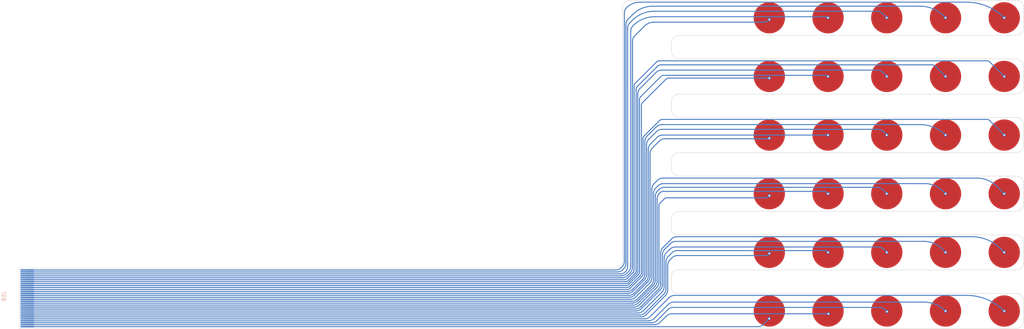
<source format=kicad_pcb>
(kicad_pcb (version 20211014) (generator pcbnew)
  (layers (0 "F.Cu" signal) (31 "B.Cu" signal) (34 "B.Paste" user) (35 "F.Paste" user) (36 "B.SilkS" user "B.Silkscreen") (37 "F.SilkS" user "F.Silkscreen") (38 "B.Mask" user) (39 "F.Mask" user) (44 "Edge.Cuts" user))
  (net 0 "")
  (net 1 "Net-(J1-Pad)")
  (net 2 "Net-(J16-Pad2)")
  (net 3 "Net-(J16-Pad3)")
  (net 4 "Net-(J16-Pad4)")
  (net 5 "Net-(J16-Pad5)")
  (net 6 "Net-(J16-Pad6)")
  (net 7 "Net-(J16-Pad7)")
  (net 8 "Net-(J16-Pad8)")
  (net 9 "Net-(J16-Pad9)")
  (net 10 "Net-(J10-Pad)")
  (net 11 "Net-(J11-Pad)")
  (net 12 "Net-(J12-Pad)")
  (net 13 "Net-(J13-Pad)")
  (net 14 "Net-(J14-Pad)")
  (net 15 "Net-(J15-Pad)")
  (net 16 "Net-(J16-Pad16)")
  (net 17 "Net-(J16-Pad17)")
  (net 18 "Net-(J16-Pad18)")
  (net 19 "Net-(J16-Pad19)")
  (net 20 "Net-(J16-Pad20)")
  (net 21 "Net-(J16-Pad21)")
  (net 22 "Net-(J16-Pad22)")
  (net 23 "Net-(J16-Pad23)")
  (net 24 "Net-(J16-Pad24)")
  (net 25 "Net-(J16-Pad25)")
  (net 26 "Net-(J16-Pad26)")
  (net 27 "Net-(J16-Pad27)")
  (net 28 "Net-(J16-Pad28)")
  (net 29 "Net-(J16-Pad29)")
  (net 30 "Net-(J16-Pad30)")
  (footprint "keigo_custom_footprint:electrode_pad_smd" (layer "F.Cu") (at 275 129.5)
    (fp_text reference "J36" hide)
    (fp_text value "electrode_pad" hide)
    (pad "26" smd circle (at 0 0) (size 8 8) (layers "F.Cu" "F.Mask") (net 26 "Net-(J16-Pad26)"))
  )
  (footprint "keigo_custom_footprint:electrode_pad_smd" (layer "F.Cu") (at 230 54.5)
    (fp_text reference "J3" hide)
    (fp_text value "electrode_pad" hide)
    (pad "4" smd circle (at 0 0) (size 8 8) (layers "F.Cu" "F.Mask") (net 4 "Net-(J16-Pad4)"))
  )
  (footprint "keigo_custom_footprint:electrode_pad_smd" (layer "F.Cu") (at 275 69.5)
    (fp_text reference "J12" hide)
    (fp_text value "electrode_pad" hide)
    (pad "6" smd circle (at 0 0) (size 8 8) (layers "F.Cu" "F.Mask") (net 6 "Net-(J16-Pad6)"))
  )
  (footprint "keigo_custom_footprint:electrode_pad_smd" (layer "F.Cu") (at 230 84.5)
    (fp_text reference "J15" hide)
    (fp_text value "electrode_pad" hide)
    (pad "14" smd circle (at 0 0) (size 8 8) (layers "F.Cu" "F.Mask") (net 14 "Net-(J14-Pad)"))
  )
  (footprint "keigo_custom_footprint:electrode_pad_smd" (layer "F.Cu") (at 275 99.5)
    (fp_text reference "J25" hide)
    (fp_text value "electrode_pad" hide)
    (pad "16" smd circle (at 0 0) (size 8 8) (layers "F.Cu" "F.Mask") (net 16 "Net-(J16-Pad16)"))
  )
  (footprint "keigo_custom_footprint:electrode_pad_smd" (layer "F.Cu") (at 260 129.5)
    (fp_text reference "J35" hide)
    (fp_text value "electrode_pad" hide)
    (pad "27" smd circle (at 0 0) (size 8 8) (layers "F.Cu" "F.Mask") (net 27 "Net-(J16-Pad27)"))
  )
  (footprint "keigo_custom_footprint:electrode_pad_smd" (layer "F.Cu") (at 260 54.5)
    (fp_text reference "J5" hide)
    (fp_text value "electrode_pad" hide)
    (pad "2" smd circle (at 0 0) (size 8 8) (layers "F.Cu" "F.Mask") (net 2 "Net-(J16-Pad2)"))
  )
  (footprint "keigo_custom_footprint:electrode_pad_smd" (layer "F.Cu") (at 245 84.5)
    (fp_text reference "J17" hide)
    (fp_text value "electrode_pad" hide)
    (pad "13" smd circle (at 0 0) (size 8 8) (layers "F.Cu" "F.Mask") (net 13 "Net-(J13-Pad)"))
  )
  (footprint "keigo_custom_footprint:electrode_pad_smd" (layer "F.Cu") (at 230 114.5)
    (fp_text reference "J28" hide)
    (fp_text value "electrode_pad" hide)
    (pad "24" smd circle (at 0 0) (size 8 8) (layers "F.Cu" "F.Mask") (net 24 "Net-(J16-Pad24)"))
  )
  (footprint "keigo_custom_footprint:electrode_pad_smd" (layer "F.Cu") (at 215 84.5)
    (fp_text reference "J14" hide)
    (fp_text value "electrode_pad" hide)
    (pad "15" smd circle (at 0 0) (size 8 8) (layers "F.Cu" "F.Mask") (net 15 "Net-(J15-Pad)"))
  )
  (footprint "keigo_custom_footprint:electrode_pad_smd" (layer "F.Cu") (at 230 69.5)
    (fp_text reference "J9" hide)
    (fp_text value "electrode_pad" hide)
    (pad "9" smd circle (at 0 0) (size 8 8) (layers "F.Cu" "F.Mask") (net 9 "Net-(J16-Pad9)"))
  )
  (footprint "keigo_custom_footprint:electrode_pad_smd" (layer "F.Cu") (at 215 114.5)
    (fp_text reference "J27" hide)
    (fp_text value "electrode_pad" hide)
    (pad "25" smd circle (at 0 0) (size 8 8) (layers "F.Cu" "F.Mask") (net 25 "Net-(J16-Pad25)"))
  )
  (footprint "keigo_custom_footprint:electrode_pad_smd" (layer "F.Cu") (at 215 99.5)
    (fp_text reference "J21" hide)
    (fp_text value "electrode_pad" hide)
    (pad "20" smd circle (at 0 0) (size 8 8) (layers "F.Cu" "F.Mask") (net 20 "Net-(J16-Pad20)"))
  )
  (footprint "keigo_custom_footprint:electrode_pad_smd" (layer "F.Cu") (at 215 129.5)
    (fp_text reference "J32" hide)
    (fp_text value "electrode_pad" hide)
    (pad "30" smd circle (at 0 0) (size 8 8) (layers "F.Cu" "F.Mask") (net 30 "Net-(J16-Pad30)"))
  )
  (footprint "keigo_custom_footprint:electrode_pad_smd" (layer "F.Cu") (at 260 99.5)
    (fp_text reference "J24" hide)
    (fp_text value "electrode_pad" hide)
    (pad "17" smd circle (at 0 0) (size 8 8) (layers "F.Cu" "F.Mask") (net 17 "Net-(J16-Pad17)"))
  )
  (footprint "keigo_custom_footprint:electrode_pad_smd" (layer "F.Cu") (at 230 129.5)
    (fp_text reference "J33" hide)
    (fp_text value "electrode_pad" hide)
    (pad "29" smd circle (at 0 0) (size 8 8) (layers "F.Cu" "F.Mask") (net 29 "Net-(J16-Pad29)"))
  )
  (footprint "keigo_custom_footprint:electrode_pad_smd" (layer "F.Cu") (at 275 84.5)
    (fp_text reference "J19" hide)
    (fp_text value "electrode_pad" hide)
    (pad "11" smd circle (at 0 0) (size 8 8) (layers "F.Cu" "F.Mask") (net 11 "Net-(J11-Pad)"))
  )
  (footprint "keigo_custom_footprint:electrode_pad_smd" (layer "F.Cu") (at 260 84.5)
    (fp_text reference "J18" hide)
    (fp_text value "electrode_pad" hide)
    (pad "12" smd circle (at 0 0) (size 8 8) (layers "F.Cu" "F.Mask") (net 12 "Net-(J12-Pad)"))
  )
  (footprint "keigo_custom_footprint:electrode_pad_smd" (layer "F.Cu") (at 275 114.5)
    (fp_text reference "J31" hide)
    (fp_text value "electrode_pad" hide)
    (pad "21" smd circle (at 0 0) (size 8 8) (layers "F.Cu" "F.Mask") (net 21 "Net-(J16-Pad21)"))
  )
  (footprint "keigo_custom_footprint:electrode_pad_smd" (layer "F.Cu") (at 260 69.5)
    (fp_text reference "J11" hide)
    (fp_text value "electrode_pad" hide)
    (pad "7" smd circle (at 0 0) (size 8 8) (layers "F.Cu" "F.Mask") (net 7 "Net-(J16-Pad7)"))
  )
  (footprint "keigo_custom_footprint:electrode_pad_smd" (layer "F.Cu") (at 230 99.5)
    (fp_text reference "J22" hide)
    (fp_text value "electrode_pad" hide)
    (pad "19" smd circle (at 0 0) (size 8 8) (layers "F.Cu" "F.Mask") (net 19 "Net-(J16-Pad19)"))
  )
  (footprint "keigo_custom_footprint:electrode_pad_smd" (layer "F.Cu") (at 245 129.5)
    (fp_text reference "J34" hide)
    (fp_text value "electrode_pad" hide)
    (pad "28" smd circle (at 0 0) (size 8 8) (layers "F.Cu" "F.Mask") (net 28 "Net-(J16-Pad28)"))
  )
  (footprint "keigo_custom_footprint:electrode_pad_smd" (layer "F.Cu") (at 245 54.5)
    (fp_text reference "J4" hide)
    (fp_text value "electrode_pad" hide)
    (pad "3" smd circle (at 0 0) (size 8 8) (layers "F.Cu" "F.Mask") (net 3 "Net-(J16-Pad3)"))
  )
  (footprint "keigo_custom_footprint:electrode_pad_smd" (layer "F.Cu") (at 260 114.5)
    (fp_text reference "J30" hide)
    (fp_text value "electrode_pad" hide)
    (pad "22" smd circle (at 0 0) (size 8 8) (layers "F.Cu" "F.Mask") (net 22 "Net-(J16-Pad22)"))
  )
  (footprint "keigo_custom_footprint:electrode_pad_smd" (layer "F.Cu") (at 215 69.5)
    (fp_text reference "J8" hide)
    (fp_text value "electrode_pad" hide)
    (pad "10" smd circle (at 0 0) (size 8 8) (layers "F.Cu" "F.Mask") (net 10 "Net-(J10-Pad)"))
  )
  (footprint "keigo_custom_footprint:electrode_pad_smd" (layer "F.Cu") (at 275 54.5)
    (fp_text reference "J6" hide)
    (fp_text value "electrode_pad" hide)
    (pad "1" smd circle (at 0 0) (size 8 8) (layers "F.Cu" "F.Mask") (net 1 "Net-(J1-Pad)"))
  )
  (footprint "keigo_custom_footprint:electrode_pad_smd" (layer "F.Cu") (at 245 114.5)
    (fp_text reference "J29" hide)
    (fp_text value "electrode_pad" hide)
    (pad "23" smd circle (at 0 0) (size 8 8) (layers "F.Cu" "F.Mask") (net 23 "Net-(J16-Pad23)"))
  )
  (footprint "keigo_custom_footprint:electrode_pad_smd" (layer "F.Cu") (at 215 54.5)
    (fp_text reference "J2" hide)
    (fp_text value "electrode_pad" hide)
    (pad "5" smd circle (at 0 0) (size 8 8) (layers "F.Cu" "F.Mask") (net 5 "Net-(J16-Pad5)"))
  )
  (footprint "keigo_custom_footprint:electrode_pad_smd" (layer "F.Cu") (at 245 69.5)
    (fp_text reference "J10" hide)
    (fp_text value "electrode_pad" hide)
    (pad "8" smd circle (at 0 0) (size 8 8) (layers "F.Cu" "F.Mask") (net 8 "Net-(J16-Pad8)"))
  )
  (footprint "keigo_custom_footprint:electrode_pad_smd" (layer "F.Cu") (at 245 99.5)
    (fp_text reference "J23" hide)
    (fp_text value "electrode_pad" hide)
    (pad "18" smd circle (at 0 0) (size 8 8) (layers "F.Cu" "F.Mask") (net 18 "Net-(J16-Pad18)"))
  )
  (footprint "keigo_custom_footprint:flex_hirose_30" (layer "B.Cu") (at 25.5 125.75 -90)
    (fp_text reference "J16" (at 0 6 90 unlocked) (layer "B.SilkS") (effects (justify mirror)))
    (fp_text value "flex_terminal_11")
    (fp_line (start -7.25 2) (end 8.25 2) (layer "Edge.Cuts") (width 0.1))
    (fp_line (start 8.25 2) (end 8.25 -1.75) (layer "Edge.Cuts") (width 0.1))
    (fp_line (start -7.25 -1.75) (end -7.25 2) (layer "Edge.Cuts") (width 0.1))
    (pad "1" smd roundrect (at -6.75 0 90) (size 0.35 3.5) (layers "B.Cu" "B.Paste" "B.Mask") (net 1 "Net-(J1-Pad)"))
    (pad "2" smd roundrect (at -6.25 0 90) (size 0.35 3.5) (layers "B.Cu" "B.Paste" "B.Mask") (net 2 "Net-(J16-Pad2)"))
    (pad "3" smd roundrect (at -5.75 0 90) (size 0.35 3.5) (layers "B.Cu" "B.Paste" "B.Mask") (net 3 "Net-(J16-Pad3)"))
    (pad "4" smd roundrect (at -5.25 0 90) (size 0.35 3.5) (layers "B.Cu" "B.Paste" "B.Mask") (net 4 "Net-(J16-Pad4)"))
    (pad "5" smd roundrect (at -4.75 0 90) (size 0.35 3.5) (layers "B.Cu" "B.Paste" "B.Mask") (net 5 "Net-(J16-Pad5)"))
    (pad "6" smd roundrect (at -4.25 0 90) (size 0.35 3.5) (layers "B.Cu" "B.Paste" "B.Mask") (net 6 "Net-(J16-Pad6)"))
    (pad "7" smd roundrect (at -3.75 0 90) (size 0.35 3.5) (layers "B.Cu" "B.Paste" "B.Mask") (net 7 "Net-(J16-Pad7)"))
    (pad "8" smd roundrect (at -3.25 0 90) (size 0.35 3.5) (layers "B.Cu" "B.Paste" "B.Mask") (net 8 "Net-(J16-Pad8)"))
    (pad "9" smd roundrect (at -2.75 0 90) (size 0.35 3.5) (layers "B.Cu" "B.Paste" "B.Mask") (net 9 "Net-(J16-Pad9)"))
    (pad "10" smd roundrect (at -2.25 0 90) (size 0.35 3.5) (layers "B.Cu" "B.Paste" "B.Mask") (net 10 "Net-(J10-Pad)"))
    (pad "11" smd roundrect (at -1.75 0 90) (size 0.35 3.5) (layers "B.Cu" "B.Paste" "B.Mask") (net 11 "Net-(J11-Pad)"))
    (pad "12" smd roundrect (at -1.25 0 90) (size 0.35 3.5) (layers "B.Cu" "B.Paste" "B.Mask") (net 12 "Net-(J12-Pad)"))
    (pad "13" smd roundrect (at -0.75 0 90) (size 0.35 3.5) (layers "B.Cu" "B.Paste" "B.Mask") (net 13 "Net-(J13-Pad)"))
    (pad "14" smd roundrect (at -0.25 0 90) (size 0.35 3.5) (layers "B.Cu" "B.Paste" "B.Mask") (net 14 "Net-(J14-Pad)"))
    (pad "15" smd roundrect (at 0.25 0 90) (size 0.35 3.5) (layers "B.Cu" "B.Paste" "B.Mask") (net 15 "Net-(J15-Pad)"))
    (pad "16" smd roundrect (at 0.75 0 90) (size 0.35 3.5) (layers "B.Cu" "B.Paste" "B.Mask") (net 16 "Net-(J16-Pad16)"))
    (pad "17" smd roundrect (at 1.25 0 90) (size 0.35 3.5) (layers "B.Cu" "B.Paste" "B.Mask") (net 17 "Net-(J16-Pad17)"))
    (pad "18" smd roundrect (at 1.75 0 90) (size 0.35 3.5) (layers "B.Cu" "B.Paste" "B.Mask") (net 18 "Net-(J16-Pad18)"))
    (pad "19" smd roundrect (at 2.25 0 90) (size 0.35 3.5) (layers "B.Cu" "B.Paste" "B.Mask") (net 19 "Net-(J16-Pad19)"))
    (pad "20" smd roundrect (at 2.75 0 90) (size 0.35 3.5) (layers "B.Cu" "B.Paste" "B.Mask") (net 20 "Net-(J16-Pad20)"))
    (pad "21" smd roundrect (at 3.25 0 90) (size 0.35 3.5) (layers "B.Cu" "B.Paste" "B.Mask") (net 21 "Net-(J16-Pad21)"))
    (pad "22" smd roundrect (at 3.75 0 90) (size 0.35 3.5) (layers "B.Cu" "B.Paste" "B.Mask") (net 22 "Net-(J16-Pad22)"))
    (pad "23" smd roundrect (at 4.25 0 90) (size 0.35 3.5) (layers "B.Cu" "B.Paste" "B.Mask") (net 23 "Net-(J16-Pad23)"))
    (pad "24" smd roundrect (at 4.75 0 90) (size 0.35 3.5) (layers "B.Cu" "B.Paste" "B.Mask") (net 24 "Net-(J16-Pad24)"))
    (pad "25" smd roundrect (at 5.25 0 90) (size 0.35 3.5) (layers "B.Cu" "B.Paste" "B.Mask") (net 25 "Net-(J16-Pad25)"))
    (pad "26" smd roundrect (at 5.75 0 90) (size 0.35 3.5) (layers "B.Cu" "B.Paste" "B.Mask") (net 26 "Net-(J16-Pad26)"))
    (pad "27" smd roundrect (at 6.25 0 90) (size 0.35 3.5) (layers "B.Cu" "B.Paste" "B.Mask") (net 27 "Net-(J16-Pad27)"))
    (pad "28" smd roundrect (at 6.75 0 90) (size 0.35 3.5) (layers "B.Cu" "B.Paste" "B.Mask") (net 28 "Net-(J16-Pad28)"))
    (pad "29" smd roundrect (at 7.25 0 90) (size 0.35 3.5) (layers "B.Cu" "B.Paste" "B.Mask") (net 29 "Net-(J16-Pad29)"))
    (pad "30" smd roundrect (at 7.75 0 90) (size 0.35 3.5) (layers "B.Cu" "B.Paste" "B.Mask") (net 30 "Net-(J16-Pad30)"))
  )
  (gr_line (start 190 106) (end 190 108.5) (layer "Edge.Cuts") (width 0.1))
  (gr_line (start 280 97) (end 280 102) (layer "Edge.Cuts") (width 0.1))
  (gr_arc (start 191.5 125) (mid 190.43934 124.56066) (end 190 123.5) (layer "Edge.Cuts") (width 0.1))
  (gr_arc (start 278 50) (mid 279.414214 50.585786) (end 280 52) (layer "Edge.Cuts") (width 0.1))
  (gr_line (start 179.5 50) (end 278 50) (layer "Edge.Cuts") (width 0.1))
  (gr_line (start 191.5 110) (end 278 110) (layer "Edge.Cuts") (width 0.1))
  (gr_arc (start 278 95) (mid 279.414214 95.585786) (end 280 97) (layer "Edge.Cuts") (width 0.1))
  (gr_line (start 190 61) (end 190 63) (layer "Edge.Cuts") (width 0.1))
  (gr_arc (start 280 102) (mid 279.414214 103.414214) (end 278 104) (layer "Edge.Cuts") (width 0.1))
  (gr_line (start 280 82) (end 280 87) (layer "Edge.Cuts") (width 0.1))
  (gr_arc (start 280 132) (mid 279.414214 133.414214) (end 278 134) (layer "Edge.Cuts") (width 0.1))
  (gr_line (start 27.25 134) (end 180.85 134) (layer "Edge.Cuts") (width 0.1))
  (gr_line (start 177.5 116.5) (end 177.5 52) (layer "Edge.Cuts") (width 0.1))
  (gr_arc (start 177.5 52) (mid 178.085786 50.585786) (end 179.5 50) (layer "Edge.Cuts") (width 0.1))
  (gr_line (start 280 112) (end 280 117) (layer "Edge.Cuts") (width 0.1))
  (gr_line (start 192 80) (end 278 80) (layer "Edge.Cuts") (width 0.1))
  (gr_arc (start 278 110) (mid 279.414214 110.585786) (end 280 112) (layer "Edge.Cuts") (width 0.1))
  (gr_arc (start 280 72) (mid 279.414214 73.414214) (end 278 74) (layer "Edge.Cuts") (width 0.1))
  (gr_arc (start 280 117) (mid 279.414214 118.414214) (end 278 119) (layer "Edge.Cuts") (width 0.1))
  (gr_line (start 190 91) (end 190 93) (layer "Edge.Cuts") (width 0.1))
  (gr_line (start 278 134) (end 180.85 134) (layer "Edge.Cuts") (width 0.1))
  (gr_line (start 278 119) (end 191.5 119) (layer "Edge.Cuts") (width 0.1))
  (gr_line (start 175.5 118.5) (end 27.25 118.5) (layer "Edge.Cuts") (width 0.1))
  (gr_line (start 190 120.5) (end 190 123.5) (layer "Edge.Cuts") (width 0.1))
  (gr_arc (start 278 80) (mid 279.414214 80.585786) (end 280 82) (layer "Edge.Cuts") (width 0.1))
  (gr_line (start 191.5 125) (end 278 125) (layer "Edge.Cuts") (width 0.1))
  (gr_arc (start 190 120.5) (mid 190.43934 119.43934) (end 191.5 119) (layer "Edge.Cuts") (width 0.1))
  (gr_arc (start 280 87) (mid 279.414214 88.414214) (end 278 89) (layer "Edge.Cuts") (width 0.1))
  (gr_arc (start 192 95) (mid 190.585786 94.414214) (end 190 93) (layer "Edge.Cuts") (width 0.1))
  (gr_line (start 278 74) (end 192 74) (layer "Edge.Cuts") (width 0.1))
  (gr_arc (start 278 125) (mid 279.414214 125.585786) (end 280 127) (layer "Edge.Cuts") (width 0.1))
  (gr_arc (start 192 65) (mid 190.585786 64.414214) (end 190 63) (layer "Edge.Cuts") (width 0.1))
  (gr_line (start 278 104) (end 192 104) (layer "Edge.Cuts") (width 0.1))
  (gr_arc (start 280 57) (mid 279.414214 58.414214) (end 278 59) (layer "Edge.Cuts") (width 0.1))
  (gr_arc (start 190 106) (mid 190.585786 104.585786) (end 192 104) (layer "Edge.Cuts") (width 0.1))
  (gr_arc (start 190 91) (mid 190.585786 89.585786) (end 192 89) (layer "Edge.Cuts") (width 0.1))
  (gr_line (start 192 95) (end 278 95) (layer "Edge.Cuts") (width 0.1))
  (gr_line (start 280 127) (end 280 132) (layer "Edge.Cuts") (width 0.1))
  (gr_arc (start 190 76) (mid 190.585786 74.585786) (end 192 74) (layer "Edge.Cuts") (width 0.1))
  (gr_line (start 190 76) (end 190 78) (layer "Edge.Cuts") (width 0.1))
  (gr_arc (start 192 80) (mid 190.585786 79.414214) (end 190 78) (layer "Edge.Cuts") (width 0.1))
  (gr_line (start 280 52) (end 280 57) (layer "Edge.Cuts") (width 0.1))
  (gr_arc (start 191.5 110) (mid 190.43934 109.56066) (end 190 108.5) (layer "Edge.Cuts") (width 0.1))
  (gr_arc (start 177.5 116.5) (mid 176.914214 117.914214) (end 175.5 118.5) (layer "Edge.Cuts") (width 0.1))
  (gr_arc (start 190 61) (mid 190.585786 59.585786) (end 192 59) (layer "Edge.Cuts") (width 0.1))
  (gr_line (start 278 59) (end 192 59) (layer "Edge.Cuts") (width 0.1))
  (gr_line (start 278 89) (end 192 89) (layer "Edge.Cuts") (width 0.1))
  (gr_line (start 192 65) (end 278 65) (layer "Edge.Cuts") (width 0.1))
  (gr_arc (start 278 65) (mid 279.414214 65.585786) (end 280 67) (layer "Edge.Cuts") (width 0.1))
  (gr_line (start 280 67) (end 280 72) (layer "Edge.Cuts") (width 0.1))
  (via (at 275 54.5) (size 0.8) (drill 0.4) (layers "F.Cu" "B.Cu") (net 1))
  (segment (start 177.98 116.777359) (end 177.98 53.318447) (width 0.25) (layer "B.Cu") (net 1))
  (segment (start 181.955828 50.5) (end 265.343134 50.5) (width 0.25) (layer "B.Cu") (net 1))
  (segment (start 177.171573 118.414213) (end 177.394214 118.191572) (width 0.25) (layer "B.Cu") (net 1))
  (segment (start 25.5 119) (end 175.757359 119) (width 0.25) (layer "B.Cu") (net 1))
  (arc (start 177.98 53.318447) (mid 178.132241 52.553071) (end 178.565787 51.904213) (width 0.25) (layer "B.Cu") (net 1))
  (arc (start 178.565787 51.904213) (mid 180.121155 50.864941) (end 181.955828 50.5) (width 0.25) (layer "B.Cu") (net 1))
  (arc (start 265.343134 50.5) (mid 270.569396 51.539568) (end 275 54.5) (width 0.25) (layer "B.Cu") (net 1))
  (arc (start 177.394214 118.191572) (mid 177.827759 117.542726) (end 177.98 116.777359) (width 0.25) (layer "B.Cu") (net 1))
  (arc (start 175.757359 119) (mid 176.522726 118.847759) (end 177.171573 118.414213) (width 0.25) (layer "B.Cu") (net 1))
  (via (at 260 54.5) (size 0.8) (drill 0.4) (layers "F.Cu" "B.Cu") (net 2))
  (segment (start 25.5 119.5) (end 176.171573 119.5) (width 0.25) (layer "B.Cu") (net 2))
  (segment (start 178.379501 117.292072) (end 178.379501 56.228926) (width 0.25) (layer "B.Cu") (net 2))
  (segment (start 259.487669 53.987669) (end 260 54.5) (width 0.25) (layer "B.Cu") (net 2))
  (segment (start 177.585787 118.914213) (end 177.793715 118.706285) (width 0.25) (layer "B.Cu") (net 2))
  (segment (start 185.181291 51.54) (end 253.578474 51.54) (width 0.25) (layer "B.Cu") (net 2))
  (segment (start 178.965288 54.814712) (end 180.160194 53.619806) (width 0.25) (layer "B.Cu") (net 2))
  (arc (start 178.379501 56.228926) (mid 178.53175 55.46356) (end 178.965288 54.814712) (width 0.25) (layer "B.Cu") (net 2))
  (arc (start 177.793715 118.706285) (mid 178.22726 118.057439) (end 178.379501 117.292072) (width 0.25) (layer "B.Cu") (net 2))
  (arc (start 253.578474 51.54) (mid 256.776507 52.176129) (end 259.487669 53.987669) (width 0.25) (layer "B.Cu") (net 2))
  (arc (start 180.160194 53.619806) (mid 182.463893 52.080524) (end 185.181291 51.54) (width 0.25) (layer "B.Cu") (net 2))
  (arc (start 176.171573 119.5) (mid 176.93694 119.347759) (end 177.585787 118.914213) (width 0.25) (layer "B.Cu") (net 2))
  (via (at 245 54.5) (size 0.8) (drill 0.4) (layers "F.Cu" "B.Cu") (net 3))
  (segment (start 185.603729 52.832) (end 242.503573 52.832) (width 0.25) (layer "B.Cu") (net 3))
  (segment (start 25.5 120) (end 176.986377 120) (width 0.25) (layer "B.Cu") (net 3))
  (segment (start 178.816 118.070553) (end 178.816 57.182427) (width 0.25) (layer "B.Cu") (net 3))
  (segment (start 179.401787 55.768213) (end 180.028781 55.141219) (width 0.25) (layer "B.Cu") (net 3))
  (segment (start 243.917787 53.417787) (end 245 54.5) (width 0.25) (layer "B.Cu") (net 3))
  (arc (start 178.816 118.070553) (mid 178.663759 118.83592) (end 178.230214 119.484766) (width 0.25) (layer "B.Cu") (net 3))
  (arc (start 178.230214 119.484766) (mid 177.659518 119.866104) (end 176.986377 120) (width 0.25) (layer "B.Cu") (net 3))
  (arc (start 179.401787 55.768213) (mid 178.968241 56.41706) (end 178.816 57.182427) (width 0.25) (layer "B.Cu") (net 3))
  (arc (start 180.028781 55.141219) (mid 182.586589 53.432146) (end 185.603729 52.832) (width 0.25) (layer "B.Cu") (net 3))
  (arc (start 242.503573 52.832) (mid 243.26894 52.984241) (end 243.917787 53.417787) (width 0.25) (layer "B.Cu") (net 3))
  (via (at 230 54.5) (size 0.8) (drill 0.4) (layers "F.Cu" "B.Cu") (net 4))
  (segment (start 185.734368 54.23) (end 229.73 54.23) (width 0.25) (layer "B.Cu") (net 4))
  (segment (start 229.73 54.23) (end 230 54.5) (width 0.25) (layer "B.Cu") (net 4))
  (segment (start 25.5 120.5) (end 177.137818 120.5) (width 0.25) (layer "B.Cu") (net 4))
  (segment (start 178.552032 119.914213) (end 179.024214 119.442031) (width 0.25) (layer "B.Cu") (net 4))
  (segment (start 179.61 118.027818) (end 179.61 57.938427) (width 0.25) (layer "B.Cu") (net 4))
  (arc (start 177.137818 120.5) (mid 177.903185 120.347759) (end 178.552032 119.914213) (width 0.25) (layer "B.Cu") (net 4))
  (arc (start 180.195787 56.524213) (mid 182.736963 54.826221) (end 185.734368 54.23) (width 0.25) (layer "B.Cu") (net 4))
  (arc (start 180.195787 56.524213) (mid 179.762241 57.17306) (end 179.61 57.938427) (width 0.25) (layer "B.Cu") (net 4))
  (arc (start 179.61 118.027818) (mid 179.457759 118.793185) (end 179.024214 119.442031) (width 0.25) (layer "B.Cu") (net 4))
  (via (at 215 54.9545) (size 0.8) (drill 0.4) (layers "F.Cu" "B.Cu") (net 5))
  (segment (start 180.059501 118.329582) (end 180.059501 60.498926) (width 0.25) (layer "B.Cu") (net 5))
  (segment (start 213.494165 55.628092) (end 213.496073 55.63) (width 0.25) (layer "B.Cu") (net 5))
  (segment (start 185.491199 55.63) (end 185.493107 55.628092) (width 0.25) (layer "B.Cu") (net 5))
  (segment (start 25.5 121) (end 177.389083 121) (width 0.25) (layer "B.Cu") (net 5))
  (segment (start 178.803297 120.414213) (end 179.473715 119.743795) (width 0.25) (layer "B.Cu") (net 5))
  (segment (start 185.493107 55.628092) (end 213.494165 55.628092) (width 0.25) (layer "B.Cu") (net 5))
  (segment (start 214.910263 55.044237) (end 215 54.9545) (width 0.25) (layer "B.Cu") (net 5))
  (segment (start 180.645288 59.084712) (end 183.116274 56.613726) (width 0.25) (layer "B.Cu") (net 5))
  (arc (start 180.059501 60.498926) (mid 180.211742 59.733559) (end 180.645288 59.084712) (width 0.25) (layer "B.Cu") (net 5))
  (arc (start 183.116274 56.613726) (mid 184.205899 55.885662) (end 185.491199 55.63) (width 0.25) (layer "B.Cu") (net 5))
  (arc (start 179.473715 119.743795) (mid 179.90726 119.094949) (end 180.059501 118.329582) (width 0.25) (layer "B.Cu") (net 5))
  (arc (start 177.389083 121) (mid 178.15445 120.847759) (end 178.803297 120.414213) (width 0.25) (layer "B.Cu") (net 5))
  (arc (start 213.496073 55.63) (mid 214.261429 55.47777) (end 214.910263 55.044237) (width 0.25) (layer "B.Cu") (net 5))
  (via (at 275 69.5) (size 0.8) (drill 0.4) (layers "F.Cu" "B.Cu") (net 6))
  (segment (start 186.904214 65.5) (end 270.585786 65.5) (width 0.25) (layer "B.Cu") (net 6))
  (segment (start 25.5 121.5) (end 177.938856 121.5) (width 0.25) (layer "B.Cu") (net 6))
  (segment (start 180.472889 118.965967) (end 180.472889 71.931325) (width 0.25) (layer "B.Cu") (net 6))
  (segment (start 178.645963 121.207107) (end 180.179996 119.673074) (width 0.25) (layer "B.Cu") (net 6))
  (segment (start 180.765782 71.224218) (end 186.197107 65.792893) (width 0.25) (layer "B.Cu") (net 6))
  (segment (start 271.292893 65.792893) (end 275 69.5) (width 0.25) (layer "B.Cu") (net 6))
  (arc (start 177.938856 121.5) (mid 178.321539 121.42388) (end 178.645963 121.207107) (width 0.25) (layer "B.Cu") (net 6))
  (arc (start 180.765782 71.224218) (mid 180.549009 71.548641) (end 180.472889 71.931325) (width 0.25) (layer "B.Cu") (net 6))
  (arc (start 271.292893 65.792893) (mid 270.96847 65.57612) (end 270.585786 65.5) (width 0.25) (layer "B.Cu") (net 6))
  (arc (start 180.472889 118.965967) (mid 180.396769 119.34865) (end 180.179996 119.673074) (width 0.25) (layer "B.Cu") (net 6))
  (arc (start 186.197107 65.792893) (mid 186.52153 65.57612) (end 186.904214 65.5) (width 0.25) (layer "B.Cu") (net 6))
  (via (at 260 69.5) (size 0.8) (drill 0.4) (layers "F.Cu" "B.Cu") (net 7))
  (segment (start 181.287489 72.069441) (end 186.532448 66.824482) (width 0.25) (layer "B.Cu") (net 7))
  (segment (start 178.910403 121.707107) (end 180.701703 119.915807) (width 0.25) (layer "B.Cu") (net 7))
  (segment (start 180.994596 119.2087) (end 180.994596 72.776548) (width 0.25) (layer "B.Cu") (net 7))
  (segment (start 257.324482 66.824482) (end 260 69.5) (width 0.25) (layer "B.Cu") (net 7))
  (segment (start 25.5 122) (end 178.203296 122) (width 0.25) (layer "B.Cu") (net 7))
  (segment (start 187.239555 66.531589) (end 256.617375 66.531589) (width 0.25) (layer "B.Cu") (net 7))
  (arc (start 180.994596 72.776548) (mid 181.070716 72.393865) (end 181.287489 72.069441) (width 0.25) (layer "B.Cu") (net 7))
  (arc (start 256.617375 66.531589) (mid 257.000058 66.607709) (end 257.324482 66.824482) (width 0.25) (layer "B.Cu") (net 7))
  (arc (start 178.910403 121.707107) (mid 178.58598 121.92388) (end 178.203296 122) (width 0.25) (layer "B.Cu") (net 7))
  (arc (start 187.239555 66.531589) (mid 186.856872 66.607709) (end 186.532448 66.824482) (width 0.25) (layer "B.Cu") (net 7))
  (arc (start 180.701703 119.915807) (mid 180.918476 119.591384) (end 180.994596 119.2087) (width 0.25) (layer "B.Cu") (net 7))
  (via (at 245 69.5) (size 0.8) (drill 0.4) (layers "F.Cu" "B.Cu") (net 8))
  (segment (start 187.508427 67.88) (end 242.551573 67.88) (width 0.25) (layer "B.Cu") (net 8))
  (segment (start 181.408004 119.377782) (end 181.408004 73.980423) (width 0.25) (layer "B.Cu") (net 8))
  (segment (start 25.5 122.5) (end 178.285786 122.5) (width 0.25) (layer "B.Cu") (net 8))
  (segment (start 243.965787 68.465787) (end 245 69.5) (width 0.25) (layer "B.Cu") (net 8))
  (segment (start 181.993791 72.566209) (end 186.094214 68.465786) (width 0.25) (layer "B.Cu") (net 8))
  (segment (start 178.992893 122.207107) (end 181.115111 120.084889) (width 0.25) (layer "B.Cu") (net 8))
  (arc (start 181.115111 120.084889) (mid 181.331884 119.760466) (end 181.408004 119.377782) (width 0.25) (layer "B.Cu") (net 8))
  (arc (start 242.551573 67.88) (mid 243.31694 68.032241) (end 243.965787 68.465787) (width 0.25) (layer "B.Cu") (net 8))
  (arc (start 178.992893 122.207107) (mid 178.66847 122.42388) (end 178.285786 122.5) (width 0.25) (layer "B.Cu") (net 8))
  (arc (start 181.408004 73.980423) (mid 181.560245 73.215056) (end 181.993791 72.566209) (width 0.25) (layer "B.Cu") (net 8))
  (arc (start 186.094214 68.465786) (mid 186.74306 68.032241) (end 187.508427 67.88) (width 0.25) (layer "B.Cu") (net 8))
  (via (at 230 69.5) (size 0.8) (drill 0.4) (layers "F.Cu" "B.Cu") (net 9))
  (segment (start 179.092893 122.707107) (end 181.562674 120.237326) (width 0.25) (layer "B.Cu") (net 9))
  (segment (start 25.5 123) (end 178.385786 123) (width 0.25) (layer "B.Cu") (net 9))
  (segment (start 181.855567 119.530219) (end 181.855567 75.377074) (width 0.25) (layer "B.Cu") (net 9))
  (segment (start 229.71 69.21) (end 230 69.5) (width 0.25) (layer "B.Cu") (net 9))
  (segment (start 188.022641 69.21) (end 229.71 69.21) (width 0.25) (layer "B.Cu") (net 9))
  (segment (start 182.14846 74.669967) (end 187.315534 69.502893) (width 0.25) (layer "B.Cu") (net 9))
  (arc (start 181.855567 75.377074) (mid 181.931687 74.994391) (end 182.14846 74.669967) (width 0.25) (layer "B.Cu") (net 9))
  (arc (start 181.855567 119.530219) (mid 181.779447 119.912902) (end 181.562674 120.237326) (width 0.25) (layer "B.Cu") (net 9))
  (arc (start 188.022641 69.21) (mid 187.639958 69.28612) (end 187.315534 69.502893) (width 0.25) (layer "B.Cu") (net 9))
  (arc (start 178.385786 123) (mid 178.768469 122.92388) (end 179.092893 122.707107) (width 0.25) (layer "B.Cu") (net 9))
  (via (at 215 69.9345) (size 0.8) (drill 0.4) (layers "F.Cu" "B.Cu") (net 10))
  (segment (start 182.635992 76.162435) (end 188.571034 70.227393) (width 0.25) (layer "B.Cu") (net 10))
  (segment (start 179.292893 123.207107) (end 182.050206 120.449794) (width 0.25) (layer "B.Cu") (net 10))
  (segment (start 189.278141 69.9345) (end 215 69.9345) (width 0.25) (layer "B.Cu") (net 10))
  (segment (start 25.5 123.5) (end 178.585786 123.5) (width 0.25) (layer "B.Cu") (net 10))
  (segment (start 182.343099 119.742687) (end 182.343099 76.869542) (width 0.25) (layer "B.Cu") (net 10))
  (arc (start 179.292893 123.207107) (mid 178.96847 123.42388) (end 178.585786 123.5) (width 0.25) (layer "B.Cu") (net 10))
  (arc (start 182.343099 119.742687) (mid 182.266979 120.12537) (end 182.050206 120.449794) (width 0.25) (layer "B.Cu") (net 10))
  (arc (start 182.343099 76.869542) (mid 182.419219 76.486859) (end 182.635992 76.162435) (width 0.25) (layer "B.Cu") (net 10))
  (arc (start 188.571034 70.227393) (mid 188.895457 70.01062) (end 189.278141 69.9345) (width 0.25) (layer "B.Cu") (net 10))
  (via (at 275 84.5) (size 0.8) (drill 0.4) (layers "F.Cu" "B.Cu") (net 11))
  (segment (start 182.754521 119.952458) (end 182.754521 85.408378) (width 0.25) (layer "B.Cu") (net 11))
  (segment (start 271.292893 80.792893) (end 275 84.5) (width 0.25) (layer "B.Cu") (net 11))
  (segment (start 179.414086 123.707107) (end 182.461628 120.659565) (width 0.25) (layer "B.Cu") (net 11))
  (segment (start 183.047414 84.701271) (end 186.955792 80.792893) (width 0.25) (layer "B.Cu") (net 11))
  (segment (start 25.5 124) (end 178.706979 124) (width 0.25) (layer "B.Cu") (net 11))
  (segment (start 187.662899 80.5) (end 270.585786 80.5) (width 0.25) (layer "B.Cu") (net 11))
  (arc (start 182.754521 85.408378) (mid 182.830641 85.025695) (end 183.047414 84.701271) (width 0.25) (layer "B.Cu") (net 11))
  (arc (start 271.292893 80.792893) (mid 270.96847 80.57612) (end 270.585786 80.5) (width 0.25) (layer "B.Cu") (net 11))
  (arc (start 179.414086 123.707107) (mid 179.089663 123.92388) (end 178.706979 124) (width 0.25) (layer "B.Cu") (net 11))
  (arc (start 186.955792 80.792893) (mid 187.280215 80.57612) (end 187.662899 80.5) (width 0.25) (layer "B.Cu") (net 11))
  (arc (start 182.461628 120.659565) (mid 182.678401 120.335142) (end 182.754521 119.952458) (width 0.25) (layer "B.Cu") (net 11))
  (via (at 260 84.5) (size 0.8) (drill 0.4) (layers "F.Cu" "B.Cu") (net 12))
  (segment (start 187.538427 81.82) (end 253.529873 81.82) (width 0.25) (layer "B.Cu") (net 12))
  (segment (start 180.127167 123.914213) (end 182.620222 121.421158) (width 0.25) (layer "B.Cu") (net 12))
  (segment (start 183.791795 84.738205) (end 186.124214 82.405786) (width 0.25) (layer "B.Cu") (net 12))
  (segment (start 25.5 124.5) (end 178.712953 124.5) (width 0.25) (layer "B.Cu") (net 12))
  (segment (start 183.206008 120.006945) (end 183.206008 86.152419) (width 0.25) (layer "B.Cu") (net 12))
  (arc (start 183.206008 86.152419) (mid 183.358249 85.387052) (end 183.791795 84.738205) (width 0.25) (layer "B.Cu") (net 12))
  (arc (start 180.127167 123.914213) (mid 179.47832 124.347759) (end 178.712953 124.5) (width 0.25) (layer "B.Cu") (net 12))
  (arc (start 253.529873 81.82) (mid 257.031493 82.516516) (end 260 84.5) (width 0.25) (layer "B.Cu") (net 12))
  (arc (start 186.124214 82.405786) (mid 186.77306 81.972241) (end 187.538427 81.82) (width 0.25) (layer "B.Cu") (net 12))
  (arc (start 183.206008 120.006945) (mid 183.053767 120.772312) (end 182.620222 121.421158) (width 0.25) (layer "B.Cu") (net 12))
  (via (at 245 84.5) (size 0.8) (drill 0.4) (layers "F.Cu" "B.Cu") (net 13))
  (segment (start 183.655509 120.12529) (end 183.655509 86.962918) (width 0.25) (layer "B.Cu") (net 13))
  (segment (start 180.195013 124.414213) (end 183.069723 121.539503) (width 0.25) (layer "B.Cu") (net 13))
  (segment (start 184.241296 85.548704) (end 186.174214 83.615786) (width 0.25) (layer "B.Cu") (net 13))
  (segment (start 244.115787 83.615787) (end 245 84.5) (width 0.25) (layer "B.Cu") (net 13))
  (segment (start 187.588427 83.03) (end 242.701573 83.03) (width 0.25) (layer "B.Cu") (net 13))
  (segment (start 25.5 125) (end 178.780799 125) (width 0.25) (layer "B.Cu") (net 13))
  (arc (start 242.701573 83.03) (mid 243.46694 83.182241) (end 244.115787 83.615787) (width 0.25) (layer "B.Cu") (net 13))
  (arc (start 183.655509 86.962918) (mid 183.80775 86.197551) (end 184.241296 85.548704) (width 0.25) (layer "B.Cu") (net 13))
  (arc (start 178.780799 125) (mid 179.546166 124.847759) (end 180.195013 124.414213) (width 0.25) (layer "B.Cu") (net 13))
  (arc (start 183.655509 120.12529) (mid 183.503268 120.890657) (end 183.069723 121.539503) (width 0.25) (layer "B.Cu") (net 13))
  (arc (start 187.588427 83.03) (mid 186.82306 83.182241) (end 186.174214 83.615786) (width 0.25) (layer "B.Cu") (net 13))
  (via (at 230 84.5) (size 0.8) (drill 0.4) (layers "F.Cu" "B.Cu") (net 14))
  (segment (start 184.10501 120.501583) (end 184.10501 88.158437) (width 0.25) (layer "B.Cu") (net 14))
  (segment (start 184.690797 86.744223) (end 186.349234 85.085786) (width 0.25) (layer "B.Cu") (net 14))
  (segment (start 25.5 125.5) (end 179.106593 125.5) (width 0.25) (layer "B.Cu") (net 14))
  (segment (start 180.520807 124.914213) (end 183.519224 121.915796) (width 0.25) (layer "B.Cu") (net 14))
  (segment (start 187.763447 84.5) (end 230 84.5) (width 0.25) (layer "B.Cu") (net 14))
  (arc (start 184.10501 120.501583) (mid 183.952769 121.26695) (end 183.519224 121.915796) (width 0.25) (layer "B.Cu") (net 14))
  (arc (start 180.520807 124.914213) (mid 179.87196 125.347759) (end 179.106593 125.5) (width 0.25) (layer "B.Cu") (net 14))
  (arc (start 186.349234 85.085786) (mid 186.99808 84.652241) (end 187.763447 84.5) (width 0.25) (layer "B.Cu") (net 14))
  (arc (start 184.10501 88.158437) (mid 184.257251 87.39307) (end 184.690797 86.744223) (width 0.25) (layer "B.Cu") (net 14))
  (via (at 215 85.3045) (size 0.8) (drill 0.4) (layers "F.Cu" "B.Cu") (net 15))
  (segment (start 25.5 126) (end 179.171573 126) (width 0.25) (layer "B.Cu") (net 15))
  (segment (start 185.140298 87.789702) (end 186.904214 86.025786) (width 0.25) (layer "B.Cu") (net 15))
  (segment (start 188.318427 85.44) (end 214.8645 85.44) (width 0.25) (layer "B.Cu") (net 15))
  (segment (start 214.8645 85.44) (end 215 85.3045) (width 0.25) (layer "B.Cu") (net 15))
  (segment (start 180.585787 125.414213) (end 183.968725 122.031275) (width 0.25) (layer "B.Cu") (net 15))
  (segment (start 184.554511 120.617062) (end 184.554511 89.203916) (width 0.25) (layer "B.Cu") (net 15))
  (arc (start 186.904214 86.025786) (mid 187.55306 85.592241) (end 188.318427 85.44) (width 0.25) (layer "B.Cu") (net 15))
  (arc (start 179.171573 126) (mid 179.93694 125.847759) (end 180.585787 125.414213) (width 0.25) (layer "B.Cu") (net 15))
  (arc (start 184.554511 120.617062) (mid 184.40227 121.382429) (end 183.968725 122.031275) (width 0.25) (layer "B.Cu") (net 15))
  (arc (start 185.140298 87.789702) (mid 184.706752 88.438549) (end 184.554511 89.203916) (width 0.25) (layer "B.Cu") (net 15))
  (via (at 275 99.5) (size 0.8) (drill 0.4) (layers "F.Cu" "B.Cu") (net 16))
  (segment (start 187.828427 95.5) (end 268.064096 95.5) (width 0.25) (layer "B.Cu") (net 16))
  (segment (start 185.004012 120.982541) (end 185.004012 98.324415) (width 0.25) (layer "B.Cu") (net 16))
  (segment (start 185.589799 96.910201) (end 186.414214 96.085786) (width 0.25) (layer "B.Cu") (net 16))
  (segment (start 273.075997 97.575997) (end 275 99.5) (width 0.25) (layer "B.Cu") (net 16))
  (segment (start 25.5 126.5) (end 179.486553 126.5) (width 0.25) (layer "B.Cu") (net 16))
  (segment (start 180.900767 125.914213) (end 184.418226 122.396754) (width 0.25) (layer "B.Cu") (net 16))
  (arc (start 185.004012 98.324415) (mid 185.156253 97.559048) (end 185.589799 96.910201) (width 0.25) (layer "B.Cu") (net 16))
  (arc (start 184.418226 122.396754) (mid 184.851771 121.747908) (end 185.004012 120.982541) (width 0.25) (layer "B.Cu") (net 16))
  (arc (start 273.075997 97.575997) (mid 270.776517 96.039534) (end 268.064096 95.5) (width 0.25) (layer "B.Cu") (net 16))
  (arc (start 186.414214 96.085786) (mid 187.06306 95.652241) (end 187.828427 95.5) (width 0.25) (layer "B.Cu") (net 16))
  (arc (start 179.486553 126.5) (mid 180.25192 126.347759) (end 180.900767 125.914213) (width 0.25) (layer "B.Cu") (net 16))
  (via (at 260 99.5) (size 0.8) (drill 0.4) (layers "F.Cu" "B.Cu") (net 17))
  (segment (start 186.0393 98.0107) (end 186.554214 97.495786) (width 0.25) (layer "B.Cu") (net 17))
  (segment (start 187.968427 96.91) (end 254.746415 96.91) (width 0.25) (layer "B.Cu") (net 17))
  (segment (start 185.453513 121.46806) (end 185.453513 99.424914) (width 0.25) (layer "B.Cu") (net 17))
  (segment (start 181.335787 126.414213) (end 184.867727 122.882273) (width 0.25) (layer "B.Cu") (net 17))
  (segment (start 259.293438 98.793438) (end 260 99.5) (width 0.25) (layer "B.Cu") (net 17))
  (segment (start 25.5 127) (end 179.921573 127) (width 0.25) (layer "B.Cu") (net 17))
  (arc (start 186.554214 97.495786) (mid 187.20306 97.062241) (end 187.968427 96.91) (width 0.25) (layer "B.Cu") (net 17))
  (arc (start 185.453513 121.46806) (mid 185.301272 122.233427) (end 184.867727 122.882273) (width 0.25) (layer "B.Cu") (net 17))
  (arc (start 185.453513 99.424914) (mid 185.605754 98.659547) (end 186.0393 98.0107) (width 0.25) (layer "B.Cu") (net 17))
  (arc (start 181.335787 126.414213) (mid 180.68694 126.847759) (end 179.921573 127) (width 0.25) (layer "B.Cu") (net 17))
  (arc (start 254.746415 96.91) (mid 257.207246 97.39949) (end 259.293438 98.793438) (width 0.25) (layer "B.Cu") (net 17))
  (via (at 245 99.5) (size 0.8) (drill 0.4) (layers "F.Cu" "B.Cu") (net 18))
  (segment (start 186.488801 98.761199) (end 186.804214 98.445786) (width 0.25) (layer "B.Cu") (net 18))
  (segment (start 188.218427 97.86) (end 242.531573 97.86) (width 0.25) (layer "B.Cu") (net 18))
  (segment (start 181.400767 126.914213) (end 185.317228 122.997752) (width 0.25) (layer "B.Cu") (net 18))
  (segment (start 25.5 127.5) (end 179.986553 127.5) (width 0.25) (layer "B.Cu") (net 18))
  (segment (start 243.945787 98.445787) (end 245 99.5) (width 0.25) (layer "B.Cu") (net 18))
  (segment (start 185.903014 121.583539) (end 185.903014 100.175413) (width 0.25) (layer "B.Cu") (net 18))
  (arc (start 179.986553 127.5) (mid 180.75192 127.347759) (end 181.400767 126.914213) (width 0.25) (layer "B.Cu") (net 18))
  (arc (start 186.804214 98.445786) (mid 187.45306 98.012241) (end 188.218427 97.86) (width 0.25) (layer "B.Cu") (net 18))
  (arc (start 185.903014 100.175413) (mid 186.055255 99.410046) (end 186.488801 98.761199) (width 0.25) (layer "B.Cu") (net 18))
  (arc (start 185.903014 121.583539) (mid 185.750773 122.348906) (end 185.317228 122.997752) (width 0.25) (layer "B.Cu") (net 18))
  (arc (start 243.945787 98.445787) (mid 243.29694 98.012241) (end 242.531573 97.86) (width 0.25) (layer "B.Cu") (net 18))
  (via (at 230 99.5) (size 0.8) (drill 0.4) (layers "F.Cu" "B.Cu") (net 19))
  (segment (start 25.5 128) (end 180.171573 128) (width 0.25) (layer "B.Cu") (net 19))
  (segment (start 186.352515 121.819058) (end 186.352515 100.830932) (width 0.25) (layer "B.Cu") (net 19))
  (segment (start 181.585787 127.414213) (end 185.766729 123.233271) (width 0.25) (layer "B.Cu") (net 19))
  (segment (start 186.938302 99.416718) (end 187.162127 99.192893) (width 0.25) (layer "B.Cu") (net 19))
  (segment (start 229.692893 99.192893) (end 230 99.5) (width 0.25) (layer "B.Cu") (net 19))
  (segment (start 187.869234 98.9) (end 228.985786 98.9) (width 0.25) (layer "B.Cu") (net 19))
  (arc (start 185.766729 123.233271) (mid 186.200274 122.584425) (end 186.352515 121.819058) (width 0.25) (layer "B.Cu") (net 19))
  (arc (start 187.869234 98.9) (mid 187.486551 98.97612) (end 187.162127 99.192893) (width 0.25) (layer "B.Cu") (net 19))
  (arc (start 186.352515 100.830932) (mid 186.504756 100.065565) (end 186.938302 99.416718) (width 0.25) (layer "B.Cu") (net 19))
  (arc (start 180.171573 128) (mid 180.93694 127.847759) (end 181.585787 127.414213) (width 0.25) (layer "B.Cu") (net 19))
  (arc (start 228.985786 98.9) (mid 229.368469 98.97612) (end 229.692893 99.192893) (width 0.25) (layer "B.Cu") (net 19))
  (via (at 215 99.9945) (size 0.8) (drill 0.4) (layers "F.Cu" "B.Cu") (net 20))
  (segment (start 186.802016 122.119557) (end 186.802016 102.612198) (width 0.25) (layer "B.Cu") (net 20))
  (segment (start 25.5 128.5) (end 180.421573 128.5) (width 0.25) (layer "B.Cu") (net 20))
  (segment (start 188.864214 100.55) (end 214.030286 100.55) (width 0.25) (layer "B.Cu") (net 20))
  (segment (start 214.737393 100.257107) (end 215 99.9945) (width 0.25) (layer "B.Cu") (net 20))
  (segment (start 187.094909 101.905091) (end 188.157107 100.842893) (width 0.25) (layer "B.Cu") (net 20))
  (segment (start 181.835787 127.914213) (end 186.21623 123.53377) (width 0.25) (layer "B.Cu") (net 20))
  (arc (start 180.421573 128.5) (mid 181.18694 128.347759) (end 181.835787 127.914213) (width 0.25) (layer "B.Cu") (net 20))
  (arc (start 186.21623 123.53377) (mid 186.649775 122.884924) (end 186.802016 122.119557) (width 0.25) (layer "B.Cu") (net 20))
  (arc (start 188.157107 100.842893) (mid 188.48153 100.62612) (end 188.864214 100.55) (width 0.25) (layer "B.Cu") (net 20))
  (arc (start 214.737393 100.257107) (mid 214.41297 100.47388) (end 214.030286 100.55) (width 0.25) (layer "B.Cu") (net 20))
  (arc (start 187.094909 101.905091) (mid 186.878136 102.229514) (end 186.802016 102.612198) (width 0.25) (layer "B.Cu") (net 20))
  (via (at 275 114.5) (size 0.8) (drill 0.4) (layers "F.Cu" "B.Cu") (net 21))
  (segment (start 274.026818 113.526818) (end 275 114.5) (width 0.25) (layer "B.Cu") (net 21))
  (segment (start 187.837304 113.262696) (end 190.014214 111.085786) (width 0.25) (layer "B.Cu") (net 21))
  (segment (start 25.5 129) (end 180.796573 129) (width 0.25) (layer "B.Cu") (net 21))
  (segment (start 191.428427 110.5) (end 266.719433 110.5) (width 0.25) (layer "B.Cu") (net 21))
  (segment (start 182.210787 128.414213) (end 186.665731 123.959269) (width 0.25) (layer "B.Cu") (net 21))
  (segment (start 187.251517 122.545056) (end 187.251517 114.67691) (width 0.25) (layer "B.Cu") (net 21))
  (arc (start 187.251517 114.67691) (mid 187.403758 113.911543) (end 187.837304 113.262696) (width 0.25) (layer "B.Cu") (net 21))
  (arc (start 191.428427 110.5) (mid 190.66306 110.652241) (end 190.014214 111.085786) (width 0.25) (layer "B.Cu") (net 21))
  (arc (start 180.796573 129) (mid 181.56194 128.847759) (end 182.210787 128.414213) (width 0.25) (layer "B.Cu") (net 21))
  (arc (start 266.719433 110.5) (mid 270.674161 111.286644) (end 274.026818 113.526818) (width 0.25) (layer "B.Cu") (net 21))
  (arc (start 187.251517 122.545056) (mid 187.099276 123.310423) (end 186.665731 123.959269) (width 0.25) (layer "B.Cu") (net 21))
  (via (at 260 114.5) (size 0.8) (drill 0.4) (layers "F.Cu" "B.Cu") (net 22))
  (segment (start 259.092601 113.592601) (end 260 114.5) (width 0.25) (layer "B.Cu") (net 22))
  (segment (start 25.5 129.5) (end 180.921573 129.5) (width 0.25) (layer "B.Cu") (net 22))
  (segment (start 188.286805 113.713195) (end 189.724214 112.275786) (width 0.25) (layer "B.Cu") (net 22))
  (segment (start 187.701018 122.720555) (end 187.701018 115.127409) (width 0.25) (layer "B.Cu") (net 22))
  (segment (start 182.335787 128.914213) (end 187.115232 124.134768) (width 0.25) (layer "B.Cu") (net 22))
  (segment (start 191.138427 111.69) (end 254.499315 111.69) (width 0.25) (layer "B.Cu") (net 22))
  (arc (start 191.138427 111.69) (mid 190.37306 111.842241) (end 189.724214 112.275786) (width 0.25) (layer "B.Cu") (net 22))
  (arc (start 187.115232 124.134768) (mid 187.548777 123.485922) (end 187.701018 122.720555) (width 0.25) (layer "B.Cu") (net 22))
  (arc (start 182.335787 128.914213) (mid 181.68694 129.347759) (end 180.921573 129.5) (width 0.25) (layer "B.Cu") (net 22))
  (arc (start 254.499315 111.69) (mid 256.985183 112.18447) (end 259.092601 113.592601) (width 0.25) (layer "B.Cu") (net 22))
  (arc (start 187.701018 115.127409) (mid 187.853259 114.362042) (end 188.286805 113.713195) (width 0.25) (layer "B.Cu") (net 22))
  (via (at 245 114.5) (size 0.8) (drill 0.4) (layers "F.Cu" "B.Cu") (net 23))
  (segment (start 188.736306 114.553694) (end 189.584214 113.705786) (width 0.25) (layer "B.Cu") (net 23))
  (segment (start 244.205787 113.705787) (end 245 114.5) (width 0.25) (layer "B.Cu") (net 23))
  (segment (start 188.150519 123.271054) (end 188.150519 115.967908) (width 0.25) (layer "B.Cu") (net 23))
  (segment (start 25.5 130) (end 181.421573 130) (width 0.25) (layer "B.Cu") (net 23))
  (segment (start 182.835787 129.414213) (end 187.564733 124.685267) (width 0.25) (layer "B.Cu") (net 23))
  (segment (start 190.998427 113.12) (end 242.791573 113.12) (width 0.25) (layer "B.Cu") (net 23))
  (arc (start 181.421573 130) (mid 182.18694 129.847759) (end 182.835787 129.414213) (width 0.25) (layer "B.Cu") (net 23))
  (arc (start 188.150519 123.271054) (mid 187.998278 124.036421) (end 187.564733 124.685267) (width 0.25) (layer "B.Cu") (net 23))
  (arc (start 189.584214 113.705786) (mid 190.23306 113.272241) (end 190.998427 113.12) (width 0.25) (layer "B.Cu") (net 23))
  (arc (start 188.150519 115.967908) (mid 188.30276 115.202541) (end 188.736306 114.553694) (width 0.25) (layer "B.Cu") (net 23))
  (arc (start 242.791573 113.12) (mid 243.55694 113.272241) (end 244.205787 113.705787) (width 0.25) (layer "B.Cu") (net 23))
  (via (at 230 114.5) (size 0.8) (drill 0.4) (layers "F.Cu" "B.Cu") (net 24))
  (segment (start 191.518427 114.05) (end 229.55 114.05) (width 0.25) (layer "B.Cu") (net 24))
  (segment (start 183.335787 129.914213) (end 188.014234 125.235766) (width 0.25) (layer "B.Cu") (net 24))
  (segment (start 25.5 130.5) (end 181.921573 130.5) (width 0.25) (layer "B.Cu") (net 24))
  (segment (start 189.185807 115.554193) (end 190.104214 114.635786) (width 0.25) (layer "B.Cu") (net 24))
  (segment (start 229.55 114.05) (end 230 114.5) (width 0.25) (layer "B.Cu") (net 24))
  (segment (start 188.60002 123.821553) (end 188.60002 116.968407) (width 0.25) (layer "B.Cu") (net 24))
  (arc (start 188.014234 125.235766) (mid 188.447779 124.58692) (end 188.60002 123.821553) (width 0.25) (layer "B.Cu") (net 24))
  (arc (start 190.104214 114.635786) (mid 190.75306 114.202241) (end 191.518427 114.05) (width 0.25) (layer "B.Cu") (net 24))
  (arc (start 181.921573 130.5) (mid 182.68694 130.347759) (end 183.335787 129.914213) (width 0.25) (layer "B.Cu") (net 24))
  (arc (start 189.185807 115.554193) (mid 188.752261 116.20304) (end 188.60002 116.968407) (width 0.25) (layer "B.Cu") (net 24))
  (via (at 215 114.7745) (size 0.8) (drill 0.4) (layers "F.Cu" "B.Cu") (net 25))
  (segment (start 183.585787 130.414213) (end 188.463735 125.536265) (width 0.25) (layer "B.Cu") (net 25))
  (segment (start 189.049521 124.122052) (end 189.049521 117.818906) (width 0.25) (layer "B.Cu") (net 25))
  (segment (start 214.4645 115.31) (end 215 114.7745) (width 0.25) (layer "B.Cu") (net 25))
  (segment (start 189.635308 116.404692) (end 190.144214 115.895786) (width 0.25) (layer "B.Cu") (net 25))
  (segment (start 25.5 131) (end 182.171573 131) (width 0.25) (layer "B.Cu") (net 25))
  (segment (start 191.558427 115.31) (end 214.4645 115.31) (width 0.25) (layer "B.Cu") (net 25))
  (arc (start 190.144214 115.895786) (mid 190.79306 115.462241) (end 191.558427 115.31) (width 0.25) (layer "B.Cu") (net 25))
  (arc (start 182.171573 131) (mid 182.93694 130.847759) (end 183.585787 130.414213) (width 0.25) (layer "B.Cu") (net 25))
  (arc (start 189.049521 124.122052) (mid 188.89728 124.887419) (end 188.463735 125.536265) (width 0.25) (layer "B.Cu") (net 25))
  (arc (start 189.635308 116.404692) (mid 189.201762 117.053539) (end 189.049521 117.818906) (width 0.25) (layer "B.Cu") (net 25))
  (via (at 275 129.5) (size 0.8) (drill 0.4) (layers "F.Cu" "B.Cu") (net 26))
  (segment (start 184.585787 130.914213) (end 189.414214 126.085786) (width 0.25) (layer "B.Cu") (net 26))
  (segment (start 190.828427 125.5) (end 265.343264 125.5) (width 0.25) (layer "B.Cu") (net 26))
  (segment (start 25.5 131.5) (end 183.171573 131.5) (width 0.25) (layer "B.Cu") (net 26))
  (arc (start 183.171573 131.5) (mid 183.93694 131.347759) (end 184.585787 130.914213) (width 0.25) (layer "B.Cu") (net 26))
  (arc (start 190.828427 125.5) (mid 190.06306 125.652241) (end 189.414214 126.085786) (width 0.25) (layer "B.Cu") (net 26))
  (arc (start 265.343264 125.5) (mid 270.569406 126.539544) (end 275 129.5) (width 0.25) (layer "B.Cu") (net 26))
  (via (at 260 129.5) (size 0.8) (drill 0.4) (layers "F.Cu" "B.Cu") (net 27))
  (segment (start 25.5 132) (end 184.171573 132) (width 0.25) (layer "B.Cu") (net 27))
  (segment (start 185.585787 131.414213) (end 189.194214 127.805786) (width 0.25) (layer "B.Cu") (net 27))
  (segment (start 190.608427 127.22) (end 254.49562 127.22) (width 0.25) (layer "B.Cu") (net 27))
  (arc (start 185.585787 131.414213) (mid 184.93694 131.847759) (end 184.171573 132) (width 0.25) (layer "B.Cu") (net 27))
  (arc (start 189.194214 127.805786) (mid 189.84306 127.372241) (end 190.608427 127.22) (width 0.25) (layer "B.Cu") (net 27))
  (arc (start 260 129.5) (mid 257.474559 127.812548) (end 254.49562 127.22) (width 0.25) (layer "B.Cu") (net 27))
  (via (at 245.06 129.65) (size 0.8) (drill 0.4) (layers "F.Cu" "B.Cu") (net 28))
  (segment (start 245.06 129.65) (end 244.565786 129.155786) (width 0.25) (layer "B.Cu") (net 28))
  (segment (start 243.151573 128.57) (end 190.508427 128.57) (width 0.25) (layer "B.Cu") (net 28))
  (segment (start 189.094213 129.155787) (end 186.335786 131.914214) (width 0.25) (layer "B.Cu") (net 28))
  (segment (start 184.921573 132.5) (end 25.5 132.5) (width 0.25) (layer "B.Cu") (net 28))
  (arc (start 243.151573 128.57) (mid 243.91694 128.722241) (end 244.565786 129.155786) (width 0.25) (layer "B.Cu") (net 28))
  (arc (start 190.508427 128.57) (mid 189.74306 128.722241) (end 189.094213 129.155787) (width 0.25) (layer "B.Cu") (net 28))
  (arc (start 184.921573 132.5) (mid 185.68694 132.347759) (end 186.335786 131.914214) (width 0.25) (layer "B.Cu") (net 28))
  (via (at 230.1 130.2) (size 0.8) (drill 0.4) (layers "F.Cu" "B.Cu") (net 29))
  (segment (start 187.085787 132.414213) (end 188.714214 130.785786) (width 0.25) (layer "B.Cu") (net 29))
  (segment (start 25.5 133) (end 185.671573 133) (width 0.25) (layer "B.Cu") (net 29))
  (segment (start 190.128427 130.2) (end 230.1 130.2) (width 0.25) (layer "B.Cu") (net 29))
  (arc (start 190.128427 130.2) (mid 189.36306 130.352241) (end 188.714214 130.785786) (width 0.25) (layer "B.Cu") (net 29))
  (arc (start 187.085787 132.414213) (mid 186.43694 132.847759) (end 185.671573 133) (width 0.25) (layer "B.Cu") (net 29))
  (via (at 214.96 131.45) (size 0.8) (drill 0.4) (layers "F.Cu" "B.Cu") (net 30))
  (segment (start 25.5 133.5) (end 212.081573 133.5) (width 0.25) (layer "B.Cu") (net 30))
  (segment (start 213.495787 132.914213) (end 214.96 131.45) (width 0.25) (layer "B.Cu") (net 30))
  (arc (start 213.495787 132.914213) (mid 212.84694 133.347759) (end 212.081573 133.5) (width 0.25) (layer "B.Cu") (net 30))
)
</source>
